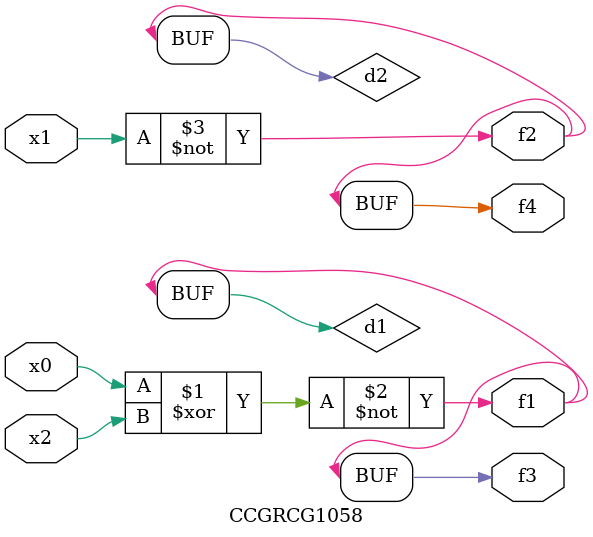
<source format=v>
module CCGRCG1058(
	input x0, x1, x2,
	output f1, f2, f3, f4
);

	wire d1, d2, d3;

	xnor (d1, x0, x2);
	nand (d2, x1);
	nor (d3, x1, x2);
	assign f1 = d1;
	assign f2 = d2;
	assign f3 = d1;
	assign f4 = d2;
endmodule

</source>
